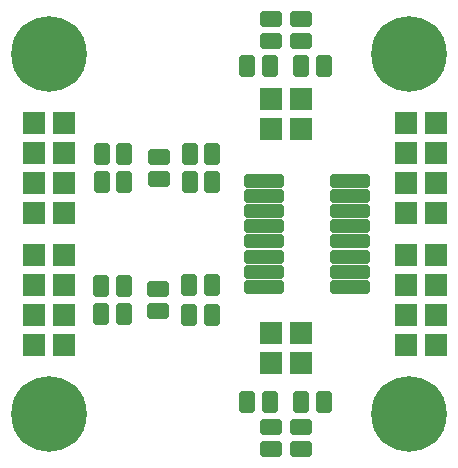
<source format=gbr>
%TF.GenerationSoftware,KiCad,Pcbnew,7.0.7-7.0.7~ubuntu23.04.1*%
%TF.CreationDate,2023-09-17T09:09:24+00:00*%
%TF.ProjectId,SYMTRANS01,53594d54-5241-44e5-9330-312e6b696361,REV*%
%TF.SameCoordinates,Original*%
%TF.FileFunction,Soldermask,Bot*%
%TF.FilePolarity,Negative*%
%FSLAX46Y46*%
G04 Gerber Fmt 4.6, Leading zero omitted, Abs format (unit mm)*
G04 Created by KiCad (PCBNEW 7.0.7-7.0.7~ubuntu23.04.1) date 2023-09-17 09:09:24*
%MOMM*%
%LPD*%
G01*
G04 APERTURE LIST*
G04 Aperture macros list*
%AMRoundRect*
0 Rectangle with rounded corners*
0 $1 Rounding radius*
0 $2 $3 $4 $5 $6 $7 $8 $9 X,Y pos of 4 corners*
0 Add a 4 corners polygon primitive as box body*
4,1,4,$2,$3,$4,$5,$6,$7,$8,$9,$2,$3,0*
0 Add four circle primitives for the rounded corners*
1,1,$1+$1,$2,$3*
1,1,$1+$1,$4,$5*
1,1,$1+$1,$6,$7*
1,1,$1+$1,$8,$9*
0 Add four rect primitives between the rounded corners*
20,1,$1+$1,$2,$3,$4,$5,0*
20,1,$1+$1,$4,$5,$6,$7,0*
20,1,$1+$1,$6,$7,$8,$9,0*
20,1,$1+$1,$8,$9,$2,$3,0*%
G04 Aperture macros list end*
%ADD10RoundRect,0.200000X-0.762000X-0.762000X0.762000X-0.762000X0.762000X0.762000X-0.762000X0.762000X0*%
%ADD11RoundRect,0.200000X-0.762000X0.762000X-0.762000X-0.762000X0.762000X-0.762000X0.762000X0.762000X0*%
%ADD12RoundRect,0.200000X0.762000X-0.762000X0.762000X0.762000X-0.762000X0.762000X-0.762000X-0.762000X0*%
%ADD13C,6.400000*%
%ADD14RoundRect,0.200000X-0.698500X0.444500X-0.698500X-0.444500X0.698500X-0.444500X0.698500X0.444500X0*%
%ADD15RoundRect,0.200000X0.698500X-0.444500X0.698500X0.444500X-0.698500X0.444500X-0.698500X-0.444500X0*%
%ADD16RoundRect,0.200000X-0.444500X-0.698500X0.444500X-0.698500X0.444500X0.698500X-0.444500X0.698500X0*%
%ADD17RoundRect,0.200000X0.444500X0.698500X-0.444500X0.698500X-0.444500X-0.698500X0.444500X-0.698500X0*%
%ADD18RoundRect,0.200000X1.460000X-0.380000X1.460000X0.380000X-1.460000X0.380000X-1.460000X-0.380000X0*%
G04 APERTURE END LIST*
D10*
%TO.C,J1*%
X3810000Y18542000D03*
X6350000Y18542000D03*
X3810000Y16002000D03*
X6350000Y16002000D03*
X3810000Y13462000D03*
X6350000Y13462000D03*
X3810000Y10922000D03*
X6350000Y10922000D03*
%TD*%
%TO.C,J2*%
X3810000Y29718000D03*
X6350000Y29718000D03*
X3810000Y27178000D03*
X6350000Y27178000D03*
X3810000Y24638000D03*
X6350000Y24638000D03*
X3810000Y22098000D03*
X6350000Y22098000D03*
%TD*%
D11*
%TO.C,J3*%
X23876000Y11938000D03*
X23876000Y9398000D03*
%TD*%
D12*
%TO.C,J4*%
X23876000Y29210000D03*
X23876000Y31750000D03*
%TD*%
D11*
%TO.C,J5*%
X26416000Y11938000D03*
X26416000Y9398000D03*
%TD*%
D12*
%TO.C,J6*%
X26416000Y29210000D03*
X26416000Y31750000D03*
%TD*%
D10*
%TO.C,J7*%
X35306000Y18542000D03*
X37846000Y18542000D03*
X35306000Y16002000D03*
X37846000Y16002000D03*
X35306000Y13462000D03*
X37846000Y13462000D03*
X35306000Y10922000D03*
X37846000Y10922000D03*
%TD*%
%TO.C,J8*%
X35306000Y29718000D03*
X37846000Y29718000D03*
X35306000Y27178000D03*
X37846000Y27178000D03*
X35306000Y24638000D03*
X37846000Y24638000D03*
X35306000Y22098000D03*
X37846000Y22098000D03*
%TD*%
D13*
%TO.C,M1*%
X5080000Y35560000D03*
%TD*%
%TO.C,M2*%
X35560000Y35560000D03*
%TD*%
%TO.C,M3*%
X35560000Y5080000D03*
%TD*%
%TO.C,M4*%
X5080000Y5080000D03*
%TD*%
D14*
%TO.C,C1*%
X23876000Y4000500D03*
X23876000Y2095500D03*
%TD*%
D15*
%TO.C,C2*%
X23876000Y36639500D03*
X23876000Y38544500D03*
%TD*%
D14*
%TO.C,C3*%
X26416000Y4000500D03*
X26416000Y2095500D03*
%TD*%
D15*
%TO.C,C4*%
X26416000Y36639500D03*
X26416000Y38544500D03*
%TD*%
D16*
%TO.C,R1*%
X21907500Y6096000D03*
X23812500Y6096000D03*
%TD*%
%TO.C,R2*%
X21907500Y34544000D03*
X23812500Y34544000D03*
%TD*%
D17*
%TO.C,R3*%
X28384500Y6096000D03*
X26479500Y6096000D03*
%TD*%
%TO.C,R4*%
X28384500Y34544000D03*
X26479500Y34544000D03*
%TD*%
%TO.C,R5*%
X11468100Y24688800D03*
X9563100Y24688800D03*
%TD*%
%TO.C,R6*%
X11468100Y27127200D03*
X9563100Y27127200D03*
%TD*%
%TO.C,R7*%
X11417300Y13512800D03*
X9512300Y13512800D03*
%TD*%
%TO.C,R8*%
X11417300Y15951200D03*
X9512300Y15951200D03*
%TD*%
D15*
%TO.C,R9*%
X14376400Y24955500D03*
X14376400Y26860500D03*
%TD*%
%TO.C,R10*%
X14325600Y13779500D03*
X14325600Y15684500D03*
%TD*%
D17*
%TO.C,R11*%
X18923000Y24688800D03*
X17018000Y24688800D03*
%TD*%
%TO.C,R12*%
X18923000Y27127200D03*
X17018000Y27127200D03*
%TD*%
%TO.C,R13*%
X18872200Y13462000D03*
X16967200Y13462000D03*
%TD*%
%TO.C,R14*%
X18872200Y16002000D03*
X16967200Y16002000D03*
%TD*%
D18*
%TO.C,TR1*%
X23284000Y15860000D03*
X23284000Y17130000D03*
X23284000Y18400000D03*
X23284000Y19685000D03*
X23284000Y20955000D03*
X23284000Y22240000D03*
X23284000Y23510000D03*
X23284000Y24780000D03*
X30564000Y24780000D03*
X30564000Y23510000D03*
X30564000Y22240000D03*
X30564000Y20955000D03*
X30564000Y19685000D03*
X30564000Y18400000D03*
X30564000Y17130000D03*
X30564000Y15860000D03*
%TD*%
M02*

</source>
